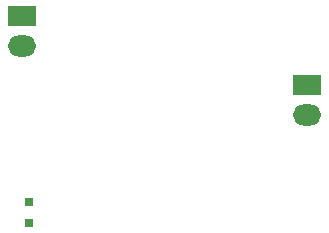
<source format=gbr>
G04 --- HEADER BEGIN --- *
%TF.GenerationSoftware,LibrePCB,LibrePCB,0.1.5*%
%TF.CreationDate,2021-06-20T18:39:02*%
%TF.ProjectId,Project_1 - Project_1,33df2010-fc84-4cad-912d-d0e73ea2b767,v1*%
%TF.Part,Single*%
%FSLAX66Y66*%
%MOMM*%
G01*
G74*
G04 --- HEADER END --- *
G04 --- APERTURE LIST BEGIN --- *
%ADD10O,2.39X1.787*%
%ADD11R,2.39X1.787*%
%ADD12R,0.7X0.7*%
G04 --- APERTURE LIST END --- *
G04 --- BOARD BEGIN --- *
D10*
X26670000Y12700000D03*
D11*
X26670000Y15240000D03*
D12*
X3175000Y5345000D03*
X3175000Y3545000D03*
D10*
X2540000Y18595000D03*
D11*
X2540000Y21135000D03*
G04 --- BOARD END --- *
%TF.MD5,b0ac52bf4ed60eeb04b5f2b5cd2bbb08*%
M02*

</source>
